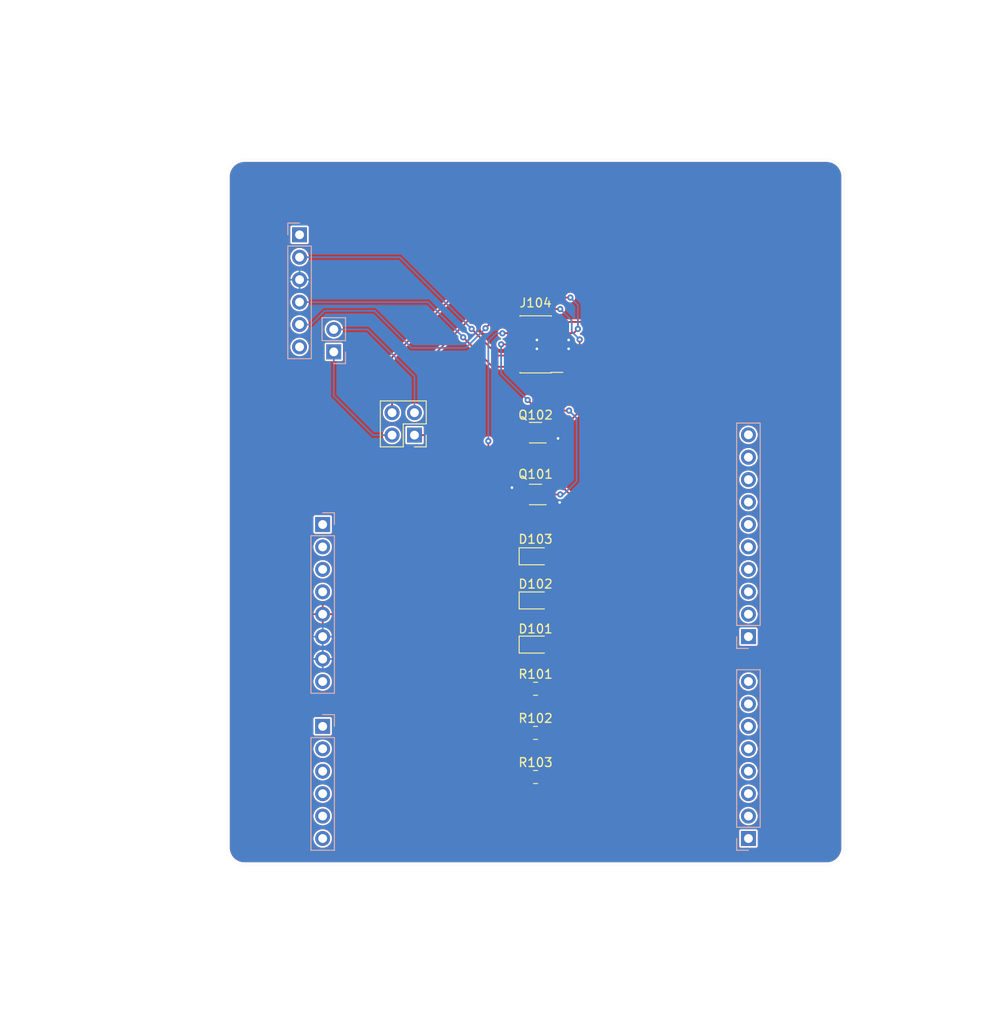
<source format=kicad_pcb>
(kicad_pcb (version 20211014) (generator pcbnew)
  (layers (0 "F.Cu" signal) (31 "B.Cu" signal) (34 "B.Paste" user) (35 "F.Paste" user) (36 "B.SilkS" user "B.Silkscreen") (37 "F.SilkS" user "F.Silkscreen") (38 "B.Mask" user) (39 "F.Mask" user) (44 "Edge.Cuts" user))
  (net 0 "")
  (net 1 "Net-(D101-Pad1)")
  (net 2 "Net-(R101-Pad2)")
  (net 3 "Net-(D102-Pad1)")
  (net 4 "Net-(D102-Pad2)")
  (net 5 "Net-(D103-Pad1)")
  (net 6 "Net-(D103-Pad2)")
  (net 7 "/NUCLEO_UART_RX")
  (net 8 "/NUCLEO_UART_TX")
  (net 9 "/DBG_UART_RX")
  (net 10 "/DBG_UART_TX")
  (net 12 "/SWCLK")
  (net 13 "GND")
  (net 14 "/SWDIO")
  (net 15 "/nRESET")
  (net 17 "+5V")
  (net 18 "/DBG_LED_0")
  (net 19 "/DBG_LED_1")
  (net 20 "/DBG_LED_2")
  (footprint "LED_SMD:LED_0805_2012Metric_Pad1.15x1.40mm_HandSolder" (layer "F.Cu") (at 147 106)
    (fp_text reference "D102" (at 0 -1.86) (layer "F.SilkS"))
    (fp_text value "LED")
    (fp_line (start -1.86 0.96) (end 1 0.96) (layer "F.SilkS") (width 0.12))
    (fp_line (start -1.86 -0.96) (end -1.86 0.96) (layer "F.SilkS") (width 0.12))
    (fp_line (start 1 -0.96) (end -1.86 -0.96) (layer "F.SilkS") (width 0.12))
    (pad "1" smd roundrect (at -1.025 0) (size 1.15 1.4) (layers "F.Cu" "F.Paste" "F.Mask") (roundrect_rratio 0.217391) (net 3 "Net-(D102-Pad1)"))
    (pad "2" smd roundrect (at 1.025 0) (size 1.15 1.4) (layers "F.Cu" "F.Paste" "F.Mask") (roundrect_rratio 0.217391) (net 4 "Net-(D102-Pad2)"))
  )
  (footprint "Resistor_SMD:R_0805_2012Metric_Pad1.20x1.40mm_HandSolder" (layer "F.Cu") (at 147 126)
    (fp_text reference "R103" (at 0 -1.65) (layer "F.SilkS"))
    (fp_text value "1k")
    (fp_line (start -0.227064 -0.735) (end 0.227064 -0.735) (layer "F.SilkS") (width 0.12))
    (fp_line (start -0.227064 0.735) (end 0.227064 0.735) (layer "F.SilkS") (width 0.12))
    (pad "1" smd roundrect (at -1 0) (size 1.2 1.4) (layers "F.Cu" "F.Paste" "F.Mask") (roundrect_rratio 0.208333) (net 17 "+5V"))
    (pad "2" smd roundrect (at 1 0) (size 1.2 1.4) (layers "F.Cu" "F.Paste" "F.Mask") (roundrect_rratio 0.208333) (net 6 "Net-(D103-Pad2)"))
  )
  (footprint "Package_TO_SOT_SMD:SOT-363_SC-70-6_Handsoldering" (layer "F.Cu") (at 147 94 180)
    (fp_text reference "Q101" (at 0 2.3) (layer "F.SilkS"))
    (fp_text value "Q_Dual_NMOS_S1G1D2S2G2D1")
    (fp_line (start 0.7 -1.16) (end -1.2 -1.16) (layer "F.SilkS") (width 0.12))
    (fp_line (start -0.7 1.16) (end 0.7 1.16) (layer "F.SilkS") (width 0.12))
    (pad "1" smd rect (at -1.33 -0.65 180) (size 1.5 0.4) (layers "F.Cu" "F.Paste" "F.Mask") (net 13 "GND"))
    (pad "2" smd rect (at -1.33 0 180) (size 1.5 0.4) (layers "F.Cu" "F.Paste" "F.Mask") (net 18 "/DBG_LED_0"))
    (pad "3" smd rect (at -1.33 0.65 180) (size 1.5 0.4) (layers "F.Cu" "F.Paste" "F.Mask") (net 3 "Net-(D102-Pad1)"))
    (pad "4" smd rect (at 1.33 0.65 180) (size 1.5 0.4) (layers "F.Cu" "F.Paste" "F.Mask") (net 13 "GND"))
    (pad "5" smd rect (at 1.33 0 180) (size 1.5 0.4) (layers "F.Cu" "F.Paste" "F.Mask") (net 19 "/DBG_LED_1"))
    (pad "6" smd rect (at 1.33 -0.65 180) (size 1.5 0.4) (layers "F.Cu" "F.Paste" "F.Mask") (net 1 "Net-(D101-Pad1)"))
  )
  (footprint "LED_SMD:LED_0805_2012Metric_Pad1.15x1.40mm_HandSolder" (layer "F.Cu") (at 147 101)
    (fp_text reference "D103" (at 0 -1.94) (layer "F.SilkS"))
    (fp_text value "LED")
    (fp_line (start -1.86 -0.96) (end -1.86 0.96) (layer "F.SilkS") (width 0.12))
    (fp_line (start 1 -0.96) (end -1.86 -0.96) (layer "F.SilkS") (width 0.12))
    (fp_line (start -1.86 0.96) (end 1 0.96) (layer "F.SilkS") (width 0.12))
    (pad "1" smd roundrect (at -1.025 0) (size 1.15 1.4) (layers "F.Cu" "F.Paste" "F.Mask") (roundrect_rratio 0.217391) (net 5 "Net-(D103-Pad1)"))
    (pad "2" smd roundrect (at 1.025 0) (size 1.15 1.4) (layers "F.Cu" "F.Paste" "F.Mask") (roundrect_rratio 0.217391) (net 6 "Net-(D103-Pad2)"))
  )
  (footprint "LED_SMD:LED_0805_2012Metric_Pad1.15x1.40mm_HandSolder" (layer "F.Cu") (at 147 111)
    (fp_text reference "D101" (at 0 -1.78) (layer "F.SilkS"))
    (fp_text value "LED")
    (fp_line (start 1 -0.96) (end -1.86 -0.96) (layer "F.SilkS") (width 0.12))
    (fp_line (start -1.86 0.96) (end 1 0.96) (layer "F.SilkS") (width 0.12))
    (fp_line (start -1.86 -0.96) (end -1.86 0.96) (layer "F.SilkS") (width 0.12))
    (pad "1" smd roundrect (at -1.025 0) (size 1.15 1.4) (layers "F.Cu" "F.Paste" "F.Mask") (roundrect_rratio 0.217391) (net 1 "Net-(D101-Pad1)"))
    (pad "2" smd roundrect (at 1.025 0) (size 1.15 1.4) (layers "F.Cu" "F.Paste" "F.Mask") (roundrect_rratio 0.217391) (net 2 "Net-(R101-Pad2)"))
  )
  (footprint "Resistor_SMD:R_0805_2012Metric_Pad1.20x1.40mm_HandSolder" (layer "F.Cu") (at 147 116)
    (fp_text reference "R101" (at 0 -1.65) (layer "F.SilkS"))
    (fp_text value "1k")
    (fp_line (start -0.227064 -0.735) (end 0.227064 -0.735) (layer "F.SilkS") (width 0.12))
    (fp_line (start -0.227064 0.735) (end 0.227064 0.735) (layer "F.SilkS") (width 0.12))
    (pad "1" smd roundrect (at -1 0) (size 1.2 1.4) (layers "F.Cu" "F.Paste" "F.Mask") (roundrect_rratio 0.208333) (net 17 "+5V"))
    (pad "2" smd roundrect (at 1 0) (size 1.2 1.4) (layers "F.Cu" "F.Paste" "F.Mask") (roundrect_rratio 0.208333) (net 2 "Net-(R101-Pad2)"))
  )
  (footprint "Connector_PinHeader_2.54mm:PinHeader_2x02_P2.54mm_Vertical" (layer "F.Cu") (at 133.275 87.275 180)
    (fp_text reference "J102" hide)
    (fp_text value "UART SELECTOR" hide)
    (fp_line (start -1.33 3.87) (end 3.87 3.87) (layer "F.SilkS") (width 0.12))
    (fp_line (start 1.27 -1.33) (end 3.87 -1.33) (layer "F.SilkS") (width 0.12))
    (fp_line (start 3.87 -1.33) (end 3.87 3.87) (layer "F.SilkS") (width 0.12))
    (fp_line (start -1.33 1.27) (end 1.27 1.27) (layer "F.SilkS") (width 0.12))
    (fp_line (start -1.33 0) (end -1.33 -1.33) (layer "F.SilkS") (width 0.12))
    (fp_line (start -1.33 -1.33) (end 0 -1.33) (layer "F.SilkS") (width 0.12))
    (fp_line (start -1.33 1.27) (end -1.33 3.87) (layer "F.SilkS") (width 0.12))
    (fp_line (start 1.27 1.27) (end 1.27 -1.33) (layer "F.SilkS") (width 0.12))
    (pad "1" thru_hole rect (at 0 0 180) (size 1.7 1.7) (drill 1) (layers *.Cu *.Mask) (net 9 "/DBG_UART_RX"))
    (pad "2" thru_hole oval (at 2.54 0 180) (size 1.7 1.7) (drill 1) (layers *.Cu *.Mask) (net 7 "/NUCLEO_UART_RX"))
    (pad "3" thru_hole oval (at 0 2.54 180) (size 1.7 1.7) (drill 1) (layers *.Cu *.Mask) (net 8 "/NUCLEO_UART_TX"))
    (pad "4" thru_hole oval (at 2.54 2.54 180) (size 1.7 1.7) (drill 1) (layers *.Cu *.Mask) (net 10 "/DBG_UART_TX"))
  )
  (footprint "Connector_PinHeader_1.27mm:PinHeader_2x05_P1.27mm_Vertical_SMD" (layer "F.Cu") (at 147 77 180)
    (fp_text reference "J104" (at 0 4.7) (layer "F.SilkS"))
    (fp_text value "SWD Header")
    (fp_line (start 1.765 3.17) (end 1.765 3.235) (layer "F.SilkS") (width 0.12))
    (fp_line (start 1.765 -3.235) (end 1.765 -3.17) (layer "F.SilkS") (width 0.12))
    (fp_line (start -1.765 -3.235) (end 1.765 -3.235) (layer "F.SilkS") (width 0.12))
    (fp_line (start -3.09 -3.17) (end -1.765 -3.17) (layer "F.SilkS") (width 0.12))
    (fp_line (start -1.765 3.17) (end -1.765 3.235) (layer "F.SilkS") (width 0.12))
    (fp_line (start -1.765 3.235) (end 1.765 3.235) (layer "F.SilkS") (width 0.12))
    (fp_line (start -1.765 -3.235) (end -1.765 -3.17) (layer "F.SilkS") (width 0.12))
    (pad "1" smd rect (at -1.95 -2.54 180) (size 2.4 0.74) (layers "F.Cu" "F.Paste" "F.Mask") (net 17 "+5V"))
    (pad "2" smd rect (at 1.95 -2.54 180) (size 2.4 0.74) (layers "F.Cu" "F.Paste" "F.Mask") (net 14 "/SWDIO"))
    (pad "3" smd rect (at -1.95 -1.27 180) (size 2.4 0.74) (layers "F.Cu" "F.Paste" "F.Mask") (net 9 "/DBG_UART_RX"))
    (pad "4" smd rect (at 1.95 -1.27 180) (size 2.4 0.74) (layers "F.Cu" "F.Paste" "F.Mask") (net 12 "/SWCLK"))
    (pad "5" smd rect (at -1.95 0 180) (size 2.4 0.74) (layers "F.Cu" "F.Paste" "F.Mask") (net 13 "GND"))
    (pad "6" smd rect (at 1.95 0 180) (size 2.4 0.74) (layers "F.Cu" "F.Paste" "F.Mask") (net 18 "/DBG_LED_0"))
    (pad "7" smd rect (at -1.95 1.27 180) (size 2.4 0.74) (layers "F.Cu" "F.Paste" "F.Mask") (net 10 "/DBG_UART_TX"))
    (pad "8" smd rect (at 1.95 1.27 180) (size 2.4 0.74) (layers "F.Cu" "F.Paste" "F.Mask") (net 19 "/DBG_LED_1"))
    (pad "9" smd rect (at -1.95 2.54 180) (size 2.4 0.74) (layers "F.Cu" "F.Paste" "F.Mask") (net 20 "/DBG_LED_2"))
    (pad "10" smd rect (at 1.95 2.54 180) (size 2.4 0.74) (layers "F.Cu" "F.Paste" "F.Mask") (net 15 "/nRESET"))
  )
  (footprint "Package_TO_SOT_SMD:SOT-363_SC-70-6_Handsoldering" (layer "F.Cu") (at 147 87 180)
    (fp_text reference "Q102" (at 0 2) (layer "F.SilkS"))
    (fp_text value "Q_Dual_NMOS_S1G1D2S2G2D1")
    (fp_line (start -0.7 1.16) (end 0.7 1.16) (layer "F.SilkS") (width 0.12))
    (fp_line (start 0.7 -1.16) (end -1.2 -1.16) (layer "F.SilkS") (width 0.12))
    (pad "1" smd rect (at -1.33 -0.65 180) (size 1.5 0.4) (layers "F.Cu" "F.Paste" "F.Mask") (net 13 "GND"))
    (pad "2" smd rect (at -1.33 0 180) (size 1.5 0.4) (layers "F.Cu" "F.Paste" "F.Mask") (net 20 "/DBG_LED_2"))
    (pad "3" smd rect (at -1.33 0.65 180) (size 1.5 0.4) (layers "F.Cu" "F.Paste" "F.Mask"))
    (pad "4" smd rect (at 1.33 0.65 180) (size 1.5 0.4) (layers "F.Cu" "F.Paste" "F.Mask"))
    (pad "5" smd rect (at 1.33 0 180) (size 1.5 0.4) (layers "F.Cu" "F.Paste" "F.Mask"))
    (pad "6" smd rect (at 1.33 -0.65 180) (size 1.5 0.4) (layers "F.Cu" "F.Paste" "F.Mask") (net 5 "Net-(D103-Pad1)"))
  )
  (footprint "Resistor_SMD:R_0805_2012Metric_Pad1.20x1.40mm_HandSolder" (layer "F.Cu") (at 147 121)
    (fp_text reference "R102" (at 0 -1.65) (layer "F.SilkS"))
    (fp_text value "1k")
    (fp_line (start -0.227064 -0.735) (end 0.227064 -0.735) (layer "F.SilkS") (width 0.12))
    (fp_line (start -0.227064 0.735) (end 0.227064 0.735) (layer "F.SilkS") (width 0.12))
    (pad "1" smd roundrect (at -1 0) (size 1.2 1.4) (layers "F.Cu" "F.Paste" "F.Mask") (roundrect_rratio 0.208333) (net 17 "+5V"))
    (pad "2" smd roundrect (at 1 0) (size 1.2 1.4) (layers "F.Cu" "F.Paste" "F.Mask") (roundrect_rratio 0.208333) (net 4 "Net-(D102-Pad2)"))
  )
  (footprint "Connector_PinSocket_2.54mm:PinSocket_1x02_P2.54mm_Vertical" (layer "B.Cu") (at 124.13 77.85)
    (fp_text reference "J101" hide)
    (fp_text value "UART" hide)
    (fp_line (start 1.33 1.33) (end 1.33 0) (layer "B.SilkS") (width 0.12))
    (fp_line (start -1.33 -1.27) (end 1.33 -1.27) (layer "B.SilkS") (width 0.12))
    (fp_line (start 1.33 -1.27) (end 1.33 -3.87) (layer "B.SilkS") (width 0.12))
    (fp_line (start -1.33 -3.87) (end 1.33 -3.87) (layer "B.SilkS") (width 0.12))
    (fp_line (start 0 1.33) (end 1.33 1.33) (layer "B.SilkS") (width 0.12))
    (fp_line (start -1.33 -1.27) (end -1.33 -3.87) (layer "B.SilkS") (width 0.12))
    (pad "1" thru_hole rect (at 0 0) (size 1.7 1.7) (drill 1) (layers *.Cu *.Mask) (net 7 "/NUCLEO_UART_RX"))
    (pad "2" thru_hole oval (at 0 -2.54) (size 1.7 1.7) (drill 1) (layers *.Cu *.Mask) (net 8 "/NUCLEO_UART_TX"))
  )
  (footprint "Connector_PinHeader_2.54mm:PinHeader_1x06_P2.54mm_Vertical" (layer "B.Cu") (at 122.87 120.26 180)
    (fp_text reference "J107" hide)
    (fp_text value "Conn_01x06" hide)
    (fp_line (start 1.33 -1.27) (end 1.33 -14.03) (layer "B.SilkS") (width 0.12))
    (fp_line (start -1.33 -14.03) (end 1.33 -14.03) (layer "B.SilkS") (width 0.12))
    (fp_line (start -1.33 -1.27) (end -1.33 -14.03) (layer "B.SilkS") (width 0.12))
    (fp_line (start -1.33 1.33) (end 0 1.33) (layer "B.SilkS") (width 0.12))
    (fp_line (start -1.33 -1.27) (end 1.33 -1.27) (layer "B.SilkS") (width 0.12))
    (fp_line (start -1.33 0) (end -1.33 1.33) (layer "B.SilkS") (width 0.12))
    (pad "1" thru_hole rect locked (at 0 0 180) (size 1.7 1.7) (drill 1) (layers *.Cu *.Mask))
    (pad "2" thru_hole oval locked (at 0 -2.54 180) (size 1.7 1.7) (drill 1) (layers *.Cu *.Mask))
    (pad "3" thru_hole oval locked (at 0 -5.08 180) (size 1.7 1.7) (drill 1) (layers *.Cu *.Mask))
    (pad "4" thru_hole oval locked (at 0 -7.62 180) (size 1.7 1.7) (drill 1) (layers *.Cu *.Mask))
    (pad "5" thru_hole oval locked (at 0 -10.16 180) (size 1.7 1.7) (drill 1) (layers *.Cu *.Mask))
    (pad "6" thru_hole oval locked (at 0 -12.7 180) (size 1.7 1.7) (drill 1) (layers *.Cu *.Mask))
  )
  (footprint "Connector_PinHeader_2.54mm:PinHeader_1x10_P2.54mm_Vertical" (layer "B.Cu") (at 171.13 110.1)
    (fp_text reference "J105" hide)
    (fp_text value "Conn_01x10" hide)
    (fp_line (start 1.33 -1.27) (end 1.33 -24.19) (layer "B.SilkS") (width 0.12))
    (fp_line (start -1.33 -1.27) (end 1.33 -1.27) (layer "B.SilkS") (width 0.12))
    (fp_line (start -1.33 -24.19) (end 1.33 -24.19) (layer "B.SilkS") (width 0.12))
    (fp_line (start -1.33 1.33) (end 0 1.33) (layer "B.SilkS") (width 0.12))
    (fp_line (start -1.33 -1.27) (end -1.33 -24.19) (layer "B.SilkS") (width 0.12))
    (fp_line (start -1.33 0) (end -1.33 1.33) (layer "B.SilkS") (width 0.12))
    (pad "1" thru_hole rect locked (at 0 0) (size 1.7 1.7) (drill 1) (layers *.Cu *.Mask))
    (pad "2" thru_hole oval locked (at 0 -2.54) (size 1.7 1.7) (drill 1) (layers *.Cu *.Mask))
    (pad "3" thru_hole oval locked (at 0 -5.08) (size 1.7 1.7) (drill 1) (layers *.Cu *.Mask))
    (pad "4" thru_hole oval locked (at 0 -7.62) (size 1.7 1.7) (drill 1) (layers *.Cu *.Mask))
    (pad "5" thru_hole oval locked (at 0 -10.16) (size 1.7 1.7) (drill 1) (layers *.Cu *.Mask))
    (pad "6" thru_hole oval locked (at 0 -12.7) (size 1.7 1.7) (drill 1) (layers *.Cu *.Mask))
    (pad "7" thru_hole oval locked (at 0 -15.24) (size 1.7 1.7) (drill 1) (layers *.Cu *.Mask))
    (pad "8" thru_hole oval locked (at 0 -17.78) (size 1.7 1.7) (drill 1) (layers *.Cu *.Mask))
    (pad "9" thru_hole oval locked (at 0 -20.32) (size 1.7 1.7) (drill 1) (layers *.Cu *.Mask))
    (pad "10" thru_hole oval locked (at 0 -22.86) (size 1.7 1.7) (drill 1) (layers *.Cu *.Mask))
  )
  (footprint "Connector_PinHeader_2.54mm:PinHeader_1x08_P2.54mm_Vertical" (layer "B.Cu") (at 122.87 97.4 180)
    (fp_text reference "J106" hide)
    (fp_text value "POWER" hide)
    (fp_line (start 1.33 -1.27) (end 1.33 -19.11) (layer "B.SilkS") (width 0.12))
    (fp_line (start -1.33 0) (end -1.33 1.33) (layer "B.SilkS") (width 0.12))
    (fp_line (start -1.33 -1.27) (end -1.33 -19.11) (layer "B.SilkS") (width 0.12))
    (fp_line (start -1.33 -19.11) (end 1.33 -19.11) (layer "B.SilkS") (width 0.12))
    (fp_line (start -1.33 1.33) (end 0 1.33) (layer "B.SilkS") (width 0.12))
    (fp_line (start -1.33 -1.27) (end 1.33 -1.27) (layer "B.SilkS") (width 0.12))
    (pad "1" thru_hole rect locked (at 0 0 180) (size 1.7 1.7) (drill 1) (layers *.Cu *.Mask))
    (pad "2" thru_hole oval locked (at 0 -2.54 180) (size 1.7 1.7) (drill 1) (layers *.Cu *.Mask))
    (pad "3" thru_hole oval locked (at 0 -5.08 180) (size 1.7 1.7) (drill 1) (layers *.Cu *.Mask))
    (pad "4" thru_hole oval locked (at 0 -7.62 180) (size 1.7 1.7) (drill 1) (layers *.Cu *.Mask))
    (pad "5" thru_hole oval locked (at 0 -10.16 180) (size 1.7 1.7) (drill 1) (layers *.Cu *.Mask) (net 17 "+5V"))
    (pad "6" thru_hole oval locked (at 0 -12.7 180) (size 1.7 1.7) (drill 1) (layers *.Cu *.Mask) (net 13 "GND"))
    (pad "7" thru_hole oval locked (at 0 -15.24 180) (size 1.7 1.7) (drill 1) (layers *.Cu *.Mask) (net 13 "GND"))
    (pad "8" thru_hole oval locked (at 0 -17.78 180) (size 1.7 1.7) (drill 1) (layers *.Cu *.Mask))
  )
  (footprint "Connector_PinHeader_2.54mm:PinHeader_1x08_P2.54mm_Vertical" (layer "B.Cu") (at 171.13 132.96)
    (fp_text reference "J108" hide)
    (fp_text value "Conn_01x08" hide)
    (fp_line (start -1.33 0) (end -1.33 1.33) (layer "B.SilkS") (width 0.12))
    (fp_line (start -1.33 -1.27) (end 1.33 -1.27) (layer "B.SilkS") (width 0.12))
    (fp_line (start -1.33 -19.11) (end 1.33 -19.11) (layer "B.SilkS") (width 0.12))
    (fp_line (start 1.33 -1.27) (end 1.33 -19.11) (layer "B.SilkS") (width 0.12))
    (fp_line (start -1.33 -1.27) (end -1.33 -19.11) (layer "B.SilkS") (width 0.12))
    (fp_line (start -1.33 1.33) (end 0 1.33) (layer "B.SilkS") (width 0.12))
    (pad "1" thru_hole rect locked (at 0 0) (size 1.7 1.7) (drill 1) (layers *.Cu *.Mask))
    (pad "2" thru_hole oval locked (at 0 -2.54) (size 1.7 1.7) (drill 1) (layers *.Cu *.Mask))
    (pad "3" thru_hole oval locked (at 0 -5.08) (size 1.7 1.7) (drill 1) (layers *.Cu *.Mask))
    (pad "4" thru_hole oval locked (at 0 -7.62) (size 1.7 1.7) (drill 1) (layers *.Cu *.Mask))
    (pad "5" thru_hole oval locked (at 0 -10.16) (size 1.7 1.7) (drill 1) (layers *.Cu *.Mask))
    (pad "6" thru_hole oval locked (at 0 -12.7) (size 1.7 1.7) (drill 1) (layers *.Cu *.Mask))
    (pad "7" thru_hole oval locked (at 0 -15.24) (size 1.7 1.7) (drill 1) (layers *.Cu *.Mask))
    (pad "8" thru_hole oval locked (at 0 -17.78) (size 1.7 1.7) (drill 1) (layers *.Cu *.Mask))
  )
  (footprint "Connector_PinSocket_2.54mm:PinSocket_1x06_P2.54mm_Vertical" (layer "B.Cu") (at 120.25 64.59 180)
    (fp_text reference "J103" hide)
    (fp_text value "SWD" hide)
    (fp_line (start 0 1.33) (end 1.33 1.33) (layer "B.SilkS") (width 0.12))
    (fp_line (start 1.33 1.33) (end 1.33 0) (layer "B.SilkS") (width 0.12))
    (fp_line (start -1.33 -14.03) (end 1.33 -14.03) (layer "B.SilkS") (width 0.12))
    (fp_line (start 1.33 -1.27) (end 1.33 -14.03) (layer "B.SilkS") (width 0.12))
    (fp_line (start -1.33 -1.27) (end 1.33 -1.27) (layer "B.SilkS") (width 0.12))
    (fp_line (start -1.33 -1.27) (end -1.33 -14.03) (layer "B.SilkS") (width 0.12))
    (pad "1" thru_hole rect (at 0 0 180) (size 1.7 1.7) (drill 1) (layers *.Cu *.Mask))
    (pad "2" thru_hole oval (at 0 -2.54 180) (size 1.7 1.7) (drill 1) (layers *.Cu *.Mask) (net 12 "/SWCLK"))
    (pad "3" thru_hole oval (at 0 -5.08 180) (size 1.7 1.7) (drill 1) (layers *.Cu *.Mask) (net 13 "GND"))
    (pad "4" thru_hole oval (at 0 -7.62 180) (size 1.7 1.7) (drill 1) (layers *.Cu *.Mask) (net 14 "/SWDIO"))
    (pad "5" thru_hole oval (at 0 -10.16 180) (size 1.7 1.7) (drill 1) (layers *.Cu *.Mask) (net 15 "/nRESET"))
    (pad "6" thru_hole oval (at 0 -12.7 180) (size 1.7 1.7) (drill 1) (layers *.Cu *.Mask))
  )
  (gr_arc (start 114 136) (mid 112.585786 135.414214) (end 112 134) (layer "Edge.Cuts") (width 0.01))
  (gr_line (start 182 134) (end 182 58) (layer "Edge.Cuts") (width 0.01))
  (gr_arc (start 182 134) (mid 181.414214 135.414214) (end 180 136) (layer "Edge.Cuts") (width 0.01))
  (gr_line (start 180 56) (end 114 56) (layer "Edge.Cuts") (width 0.01))
  (gr_arc (start 180 56) (mid 181.414214 56.585786) (end 182 58) (layer "Edge.Cuts") (width 0.01))
  (gr_line (start 114 136) (end 180 136) (layer "Edge.Cuts") (width 0.01))
  (gr_arc (start 112 58) (mid 112.585786 56.585786) (end 114 56) (layer "Edge.Cuts") (width 0.01))
  (gr_line (start 112 58) (end 112 134) (layer "Edge.Cuts") (width 0.01))
  (segment (start 145.67 94.65) (end 144.25 94.65) (width 0.2) (layer "F.Cu") (net 1))
  (segment (start 144.6 111) (end 145.975 111) (width 0.2) (layer "F.Cu") (net 1))
  (segment (start 144.25 94.65) (end 143.5 95.4) (width 0.2) (layer "F.Cu") (net 1))
  (segment (start 143.5 109.9) (end 144.6 111) (width 0.2) (layer "F.Cu") (net 1))
  (segment (start 143.5 95.4) (end 143.5 109.9) (width 0.2) (layer "F.Cu") (net 1))
  (segment (start 149.15 111) (end 149.6 111.45) (width 0.2) (layer "F.Cu") (net 2))
  (segment (start 148.025 111) (end 149.15 111) (width 0.2) (layer "F.Cu") (net 2))
  (segment (start 149.1 116) (end 148 116) (width 0.2) (layer "F.Cu") (net 2))
  (segment (start 149.6 111.45) (end 149.6 115.5) (width 0.2) (layer "F.Cu") (net 2))
  (segment (start 149.6 115.5) (end 149.1 116) (width 0.2) (layer "F.Cu") (net 2))
  (segment (start 144.6 105.5) (end 144.6 104.2) (width 0.2) (layer "F.Cu") (net 3))
  (segment (start 151.25 94.35) (end 150.25 93.35) (width 0.2) (layer "F.Cu") (net 3))
  (segment (start 145.975 106) (end 145.1 106) (width 0.2) (layer "F.Cu") (net 3))
  (segment (start 150.25 93.35) (end 148.33 93.35) (width 0.2) (layer "F.Cu") (net 3))
  (segment (start 151.25 95.75) (end 151.25 94.35) (width 0.2) (layer "F.Cu") (net 3))
  (segment (start 147 101.8) (end 147 100) (width 0.2) (layer "F.Cu") (net 3))
  (segment (start 145.1 106) (end 144.6 105.5) (width 0.2) (layer "F.Cu") (net 3))
  (segment (start 144.6 104.2) (end 147 101.8) (width 0.2) (layer "F.Cu") (net 3))
  (segment (start 147 100) (end 151.25 95.75) (width 0.2) (layer "F.Cu") (net 3))
  (segment (start 150.7 107.25) (end 149.45 106) (width 0.2) (layer "F.Cu") (net 4))
  (segment (start 149.45 106) (end 148.025 106) (width 0.2) (layer "F.Cu") (net 4))
  (segment (start 148 121) (end 149 121) (width 0.2) (layer "F.Cu") (net 4))
  (segment (start 150.7 119.3) (end 150.7 107.25) (width 0.2) (layer "F.Cu") (net 4))
  (segment (start 149 121) (end 150.7 119.3) (width 0.2) (layer "F.Cu") (net 4))
  (segment (start 143.95 88.25) (end 144.55 87.65) (width 0.2) (layer "F.Cu") (net 5))
  (segment (start 144.7 98.4) (end 147 96.1) (width 0.2) (layer "F.Cu") (net 5))
  (segment (start 143.95 89.55) (end 143.95 88.25) (width 0.2) (layer "F.Cu") (net 5))
  (segment (start 144.7 100.7) (end 144.7 98.4) (width 0.2) (layer "F.Cu") (net 5))
  (segment (start 147 96.1) (end 147 92.6) (width 0.2) (layer "F.Cu") (net 5))
  (segment (start 147 92.6) (end 143.95 89.55) (width 0.2) (layer "F.Cu") (net 5))
  (segment (start 145 101) (end 144.7 100.7) (width 0.2) (layer "F.Cu") (net 5))
  (segment (start 144.55 87.65) (end 145.67 87.65) (width 0.2) (layer "F.Cu") (net 5))
  (segment (start 145.975 101) (end 145 101) (width 0.2) (layer "F.Cu") (net 5))
  (segment (start 148 126) (end 149.65 126) (width 0.2) (layer "F.Cu") (net 6))
  (segment (start 149.65 126) (end 151.8 123.85) (width 0.2) (layer "F.Cu") (net 6))
  (segment (start 151.8 102.95) (end 149.85 101) (width 0.2) (layer "F.Cu") (net 6))
  (segment (start 149.85 101) (end 148.025 101) (width 0.2) (layer "F.Cu") (net 6))
  (segment (start 151.8 123.85) (end 151.8 102.95) (width 0.2) (layer "F.Cu") (net 6))
  (segment (start 124.13 82.83) (end 124.13 77.85) (width 0.2) (layer "B.Cu") (net 7))
  (segment (start 130.735 87.275) (end 128.575 87.275) (width 0.2) (layer "B.Cu") (net 7))
  (segment (start 128.575 87.275) (end 124.13 82.83) (width 0.2) (layer "B.Cu") (net 7))
  (segment (start 133.275 84.735) (end 133.275 80.625) (width 0.2) (layer "B.Cu") (net 8))
  (segment (start 127.96 75.31) (end 124.13 75.31) (width 0.2) (layer "B.Cu") (net 8))
  (segment (start 133.275 80.625) (end 127.96 75.31) (width 0.2) (layer "B.Cu") (net 8))
  (segment (start 149.8 73) (end 140.665686 73) (width 0.2) (layer "F.Cu") (net 9))
  (segment (start 135.45 86.45) (end 134.625 87.275) (width 0.2) (layer "F.Cu") (net 9))
  (segment (start 152 77.4) (end 151.13 78.27) (width 0.2) (layer "F.Cu") (net 9))
  (segment (start 152 76.45) (end 152 77.4) (width 0.2) (layer "F.Cu") (net 9))
  (segment (start 151.13 78.27) (end 148.95 78.27) (width 0.2) (layer "F.Cu") (net 9))
  (segment (start 134.625 87.275) (end 133.275 87.275) (width 0.2) (layer "F.Cu") (net 9))
  (segment (start 140.665686 73) (end 135.45 78.215686) (width 0.2) (layer "F.Cu") (net 9))
  (segment (start 135.45 78.215686) (end 135.45 86.45) (width 0.2) (layer "F.Cu") (net 9))
  (via (at 152 76.45) (size 0.7) (drill 0.3) (layers "F.Cu" "B.Cu") (net 9))
  (via (at 149.8 73) (size 0.7) (drill 0.3) (layers "F.Cu" "B.Cu") (net 9))
  (segment (start 151.1 74.3) (end 151.1 75.55) (width 0.2) (layer "B.Cu") (net 9))
  (segment (start 151.1 75.55) (end 152 76.45) (width 0.2) (layer "B.Cu") (net 9))
  (segment (start 149.8 73) (end 151.1 74.3) (width 0.2) (layer "B.Cu") (net 9))
  (segment (start 130.735 78.465) (end 130.735 84.735) (width 0.2) (layer "F.Cu") (net 10))
  (segment (start 151.32 75.73) (end 148.95 75.73) (width 0.2) (layer "F.Cu") (net 10))
  (segment (start 137.5 71.7) (end 130.735 78.465) (width 0.2) (layer "F.Cu") (net 10))
  (segment (start 151.8 75.25) (end 151.32 75.73) (width 0.2) (layer "F.Cu") (net 10))
  (segment (start 150.95 71.7) (end 137.5 71.7) (width 0.2) (layer "F.Cu") (net 10))
  (via (at 150.95 71.7) (size 0.7) (drill 0.3) (layers "F.Cu" "B.Cu") (net 10))
  (via (at 151.8 75.25) (size 0.7) (drill 0.3) (layers "F.Cu" "B.Cu") (net 10))
  (segment (start 150.95 71.7) (end 151.8 72.55) (width 0.2) (layer "B.Cu") (net 10))
  (segment (start 151.8 72.55) (end 151.8 75.25) (width 0.2) (layer "B.Cu") (net 10))
  (segment (start 139.75 75.25) (end 142.77 78.27) (width 0.2) (layer "F.Cu") (net 12))
  (segment (start 142.77 78.27) (end 145.05 78.27) (width 0.2) (layer "F.Cu") (net 12))
  (via (at 139.75 75.25) (size 0.7) (drill 0.3) (layers "F.Cu" "B.Cu") (net 12))
  (segment (start 139.75 75.25) (end 131.63 67.13) (width 0.2) (layer "B.Cu") (net 12))
  (segment (start 131.63 67.13) (end 120.25 67.13) (width 0.2) (layer "B.Cu") (net 12))
  (segment (start 148.95 77) (end 150.25 77) (width 0.2) (layer "F.Cu") (net 13))
  (segment (start 147.15 76.5) (end 147.65 77) (width 0.2) (layer "F.Cu") (net 13))
  (segment (start 149.484158 94.65) (end 148.33 94.65) (width 0.2) (layer "F.Cu") (net 13))
  (segment (start 150.75 77.5) (end 150.25 77) (width 0.2) (layer "F.Cu") (net 13))
  (segment (start 149.731011 94.896853) (end 149.484158 94.65) (width 0.2) (layer "F.Cu") (net 13))
  (segment (start 144.449293 93.35) (end 144.324646 93.225353) (width 0.2) (layer "F.Cu") (net 13))
  (segment (start 145.67 93.35) (end 144.449293 93.35) (width 0.2) (layer "F.Cu") (net 13))
  (segment (start 148.33 87.65) (end 149.55 87.65) (width 0.2) (layer "F.Cu") (net 13))
  (segment (start 147.15 77.5) (end 147.65 77) (width 0.2) (layer "F.Cu") (net 13))
  (segment (start 150.75 76.5) (end 150.25 77) (width 0.2) (layer "F.Cu") (net 13))
  (segment (start 148.95 77) (end 147.65 77) (width 0.2) (layer "F.Cu") (net 13))
  (via (at 149.55 87.65) (size 0.7) (drill 0.3) (layers "F.Cu" "B.Cu") (net 13))
  (via (at 144.324646 93.225353) (size 0.7) (drill 0.3) (layers "F.Cu" "B.Cu") (net 13))
  (via (at 149.731011 94.896853) (size 0.7) (drill 0.3) (layers "F.Cu" "B.Cu") (net 13))
  (via (at 147.15 77.5) (size 0.7) (drill 0.3) (layers "F.Cu" "B.Cu") (net 13))
  (via (at 147.15 76.5) (size 0.7) (drill 0.3) (layers "F.Cu" "B.Cu") (net 13))
  (via (at 150.75 77.5) (size 0.7) (drill 0.3) (layers "F.Cu" "B.Cu") (net 13))
  (via (at 150.75 76.5) (size 0.7) (drill 0.3) (layers "F.Cu" "B.Cu") (net 13))
  (segment (start 142.133004 79.54) (end 145.05 79.54) (width 0.2) (layer "F.Cu") (net 14))
  (segment (start 138.796502 76.203498) (end 142.133004 79.54) (width 0.2) (layer "F.Cu") (net 14))
  (via (at 138.796502 76.203498) (size 0.7) (drill 0.3) (layers "F.Cu" "B.Cu") (net 14))
  (segment (start 138.796502 76.203498) (end 134.803004 72.21) (width 0.2) (layer "B.Cu") (net 14))
  (segment (start 134.803004 72.21) (end 120.25 72.21) (width 0.2) (layer "B.Cu") (net 14))
  (segment (start 142.04 74.46) (end 145.05 74.46) (width 0.2) (layer "F.Cu") (net 15))
  (segment (start 141.325 75.175) (end 142.04 74.46) (width 0.2) (layer "F.Cu") (net 15))
  (via (at 141.325 75.175) (size 0.7) (drill 0.3) (layers "F.Cu" "B.Cu") (net 15))
  (segment (start 123.1 73.2) (end 121.55 74.75) (width 0.2) (layer "B.Cu") (net 15))
  (segment (start 141.325 75.175) (end 139.1 77.4) (width 0.2) (layer "B.Cu") (net 15))
  (segment (start 139.1 77.4) (end 132.95 77.4) (width 0.2) (layer "B.Cu") (net 15))
  (segment (start 128.75 73.2) (end 123.1 73.2) (width 0.2) (layer "B.Cu") (net 15))
  (segment (start 121.55 74.75) (end 120.25 74.75) (width 0.2) (layer "B.Cu") (net 15))
  (segment (start 132.95 77.4) (end 128.75 73.2) (width 0.2) (layer "B.Cu") (net 15))
  (segment (start 143.1 77) (end 145.05 77) (width 0.2) (layer "F.Cu") (net 18))
  (segment (start 146.1 83.3) (end 147.3 84.5) (width 0.2) (layer "F.Cu") (net 18))
  (segment (start 148.33 94) (end 149.8 94) (width 0.2) (layer "F.Cu") (net 18))
  (segment (start 147.3 84.5) (end 150.8 84.5) (width 0.2) (layer "F.Cu") (net 18))
  (via (at 143.1 77) (size 0.7) (drill 0.3) (layers "F.Cu" "B.Cu") (net 18))
  (via (at 146.1 83.3) (size 0.7) (drill 0.3) (layers "F.Cu" "B.Cu") (net 18))
  (via (at 149.8 94) (size 0.7) (drill 0.3) (layers "F.Cu" "B.Cu") (net 18))
  (via (at 150.8 84.5) (size 0.7) (drill 0.3) (layers "F.Cu" "B.Cu") (net 18))
  (segment (start 151.65 92.5) (end 151.65 85.35) (width 0.2) (layer "B.Cu") (net 18))
  (segment (start 149.8 94) (end 150.15 94) (width 0.2) (layer "B.Cu") (net 18))
  (segment (start 150.15 94) (end 151.65 92.5) (width 0.2) (layer "B.Cu") (net 18))
  (segment (start 143.1 80.3) (end 146.1 83.3) (width 0.2) (layer "B.Cu") (net 18))
  (segment (start 143.1 77) (end 143.1 80.3) (width 0.2) (layer "B.Cu") (net 18))
  (segment (start 151.65 85.35) (end 150.8 84.5) (width 0.2) (layer "B.Cu") (net 18))
  (segment (start 144.180761 94) (end 145.67 94) (width 0.2) (layer "F.Cu") (net 19))
  (segment (start 141.65 91.469239) (end 144.180761 94) (width 0.2) (layer "F.Cu") (net 19))
  (segment (start 141.65 87.95) (end 141.65 91.469239) (width 0.2) (layer "F.Cu") (net 19))
  (segment (start 143.27 75.73) (end 145.05 75.73) (width 0.2) (layer "F.Cu") (net 19))
  (segment (start 143.25 75.75) (end 143.27 75.73) (width 0.2) (layer "F.Cu") (net 19))
  (via (at 143.25 75.75) (size 0.7) (drill 0.3) (layers "F.Cu" "B.Cu") (net 19))
  (via (at 141.65 87.95) (size 0.7) (drill 0.3) (layers "F.Cu" "B.Cu") (net 19))
  (segment (start 142.5 75.75) (end 143.25 75.75) (width 0.2) (layer "B.Cu") (net 19))
  (segment (start 141.65 87.95) (end 141.65 76.6) (width 0.2) (layer "B.Cu") (net 19))
  (segment (start 141.65 76.6) (end 142.5 75.75) (width 0.2) (layer "B.Cu") (net 19))
  (segment (start 153.3 75.5) (end 152.26 74.46) (width 0.2) (layer "F.Cu") (net 20))
  (segment (start 152.26 74.46) (end 148.95 74.46) (width 0.2) (layer "F.Cu") (net 20))
  (segment (start 149.575 87) (end 153.3 83.275) (width 0.2) (layer "F.Cu") (net 20))
  (segment (start 153.3 83.275) (end 153.3 75.5) (width 0.2) (layer "F.Cu") (net 20))
  (segment (start 148.33 87) (end 149.575 87) (width 0.2) (layer "F.Cu") (net 20))
  (zone (net 17) (net_name "+5V") (layer "F.Cu") (name "TOP_5V") (connect_pads (clearance 0.2)) (min_thickness 0.2) (fill yes (thermal_gap 0.2) (thermal_bridge_width 0.2))
    (polygon (pts (xy 188 150) (xy 97 146) (xy 95 44) (xy 191 44)))
  )
  (zone (net 13) (net_name "GND") (layer "B.Cu") (name "BOTTOM_GND") (connect_pads (clearance 0.2)) (min_thickness 0.2) (fill yes (thermal_gap 0.2) (thermal_bridge_width 0.2))
    (polygon (pts (xy 193 154) (xy 91 149) (xy 90 40) (xy 200 38)))
  )
)
</source>
